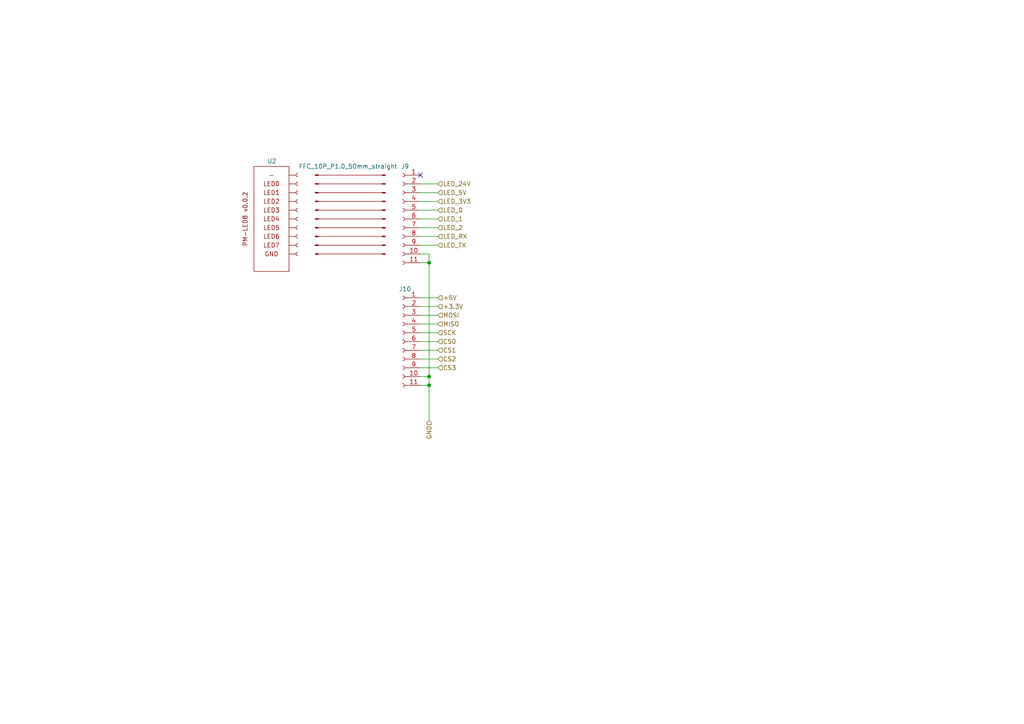
<source format=kicad_sch>
(kicad_sch (version 20231120) (generator "eeschema") (generator_version "8.0")
  (paper "A4")
  (lib_symbols
    (symbol "kicad_inventree_lib:AFA07-S10FCC-00" (pin_names (offset 1.016) hide)
      (property "Reference" "J" (at 0 12.7 0))
      (property "Value" "AFA07-S10FCC-00" (at 0 -20.32 0))
      (symbol "AFA07-S10FCC-00_1_1"
        (arc (start 0 -14.732) (mid -0.5058 -15.24) (end 0 -15.748) (stroke (width 0.1524)))
        (arc (start 0 -12.192) (mid -0.5058 -12.7) (end 0 -13.208) (stroke (width 0.1524)))
        (arc (start 0 -9.652) (mid -0.5058 -10.16) (end 0 -10.668) (stroke (width 0.1524)))
        (arc (start 0 -7.112) (mid -0.5058 -7.62) (end 0 -8.128) (stroke (width 0.1524)))
        (arc (start 0 -4.572) (mid -0.5058 -5.08) (end 0 -5.588) (stroke (width 0.1524)))
        (arc (start 0 -2.032) (mid -0.5058 -2.54) (end 0 -3.048) (stroke (width 0.1524)))
        (polyline (pts (xy -1.27 -15.24) (xy -0.508 -15.24)) (stroke (width 0.1524)))
        (polyline (pts (xy -1.27 -12.7) (xy -0.508 -12.7)) (stroke (width 0.1524)))
        (polyline (pts (xy -1.27 -10.16) (xy -0.508 -10.16)) (stroke (width 0.1524)))
        (polyline (pts (xy -1.27 -7.62) (xy -0.508 -7.62)) (stroke (width 0.1524)))
        (polyline (pts (xy -1.27 -5.08) (xy -0.508 -5.08)) (stroke (width 0.1524)))
        (polyline (pts (xy -1.27 -2.54) (xy -0.508 -2.54)) (stroke (width 0.1524)))
        (polyline (pts (xy -1.27 0) (xy -0.508 0)) (stroke (width 0.1524)))
        (polyline (pts (xy -1.27 2.54) (xy -0.508 2.54)) (stroke (width 0.1524)))
        (polyline (pts (xy -1.27 5.08) (xy -0.508 5.08)) (stroke (width 0.1524)))
        (polyline (pts (xy -1.27 7.62) (xy -0.508 7.62)) (stroke (width 0.1524)))
        (polyline (pts (xy -1.27 10.16) (xy -0.508 10.16)) (stroke (width 0.1524)))
        (arc (start 0 0.508) (mid -0.5058 0) (end 0 -0.508) (stroke (width 0.1524)))
        (arc (start 0 3.048) (mid -0.5058 2.54) (end 0 2.032) (stroke (width 0.1524)))
        (arc (start 0 5.588) (mid -0.5058 5.08) (end 0 4.572) (stroke (width 0.1524)))
        (arc (start 0 8.128) (mid -0.5058 7.62) (end 0 7.112) (stroke (width 0.1524)))
        (arc (start 0 10.668) (mid -0.5058 10.16) (end 0 9.652) (stroke (width 0.1524)))
        (pin passive line (at -5.08 10.16 0) (length 3.81) (name "Pin_1") (number "1"))
        (pin passive line (at -5.08 -12.7 0) (length 3.81) (name "Pin_10") (number "10"))
        (pin passive line (at -5.08 -15.24 0) (length 3.81) (name "Pin_11") (number "11"))
        (pin passive line (at -5.08 7.62 0) (length 3.81) (name "Pin_2") (number "2"))
        (pin passive line (at -5.08 5.08 0) (length 3.81) (name "Pin_3") (number "3"))
        (pin passive line (at -5.08 2.54 0) (length 3.81) (name "Pin_4") (number "4"))
        (pin passive line (at -5.08 0 0) (length 3.81) (name "Pin_5") (number "5"))
        (pin passive line (at -5.08 -2.54 0) (length 3.81) (name "Pin_6") (number "6"))
        (pin passive line (at -5.08 -5.08 0) (length 3.81) (name "Pin_7") (number "7"))
        (pin passive line (at -5.08 -7.62 0) (length 3.81) (name "Pin_8") (number "8"))
        (pin passive line (at -5.08 -10.16 0) (length 3.81) (name "Pin_9") (number "9"))
      )
    )
    (symbol "kicad_inventree_lib:FFC_10P_P1.0_50mm_straight" (on_board no)
      (property "Reference" "J" (at 0 2.794 0))
      (property "Value" "FFC_10P_P1.0_50mm_straight" (at 0 0 0))
      (symbol "FFC_10P_P1.0_50mm_straight_0_1"
        (polyline (pts (xy -8.89 -25.4) (xy 8.89 -25.4)))
        (polyline (pts (xy -8.89 -22.86) (xy 8.89 -22.86)))
        (polyline (pts (xy -8.89 -20.32) (xy 8.89 -20.32)))
        (polyline (pts (xy -8.89 -17.78) (xy 8.89 -17.78)))
        (polyline (pts (xy -8.89 -15.24) (xy 8.89 -15.24)))
        (polyline (pts (xy -8.89 -12.7) (xy 8.89 -12.7)))
        (polyline (pts (xy -8.89 -10.16) (xy 8.89 -10.16)))
        (polyline (pts (xy -8.89 -7.62) (xy 8.89 -7.62)))
        (polyline (pts (xy -8.89 -5.08) (xy 8.89 -5.08)))
        (polyline (pts (xy -8.89 -2.54) (xy 8.89 -2.54)))
      )
      (symbol "FFC_10P_P1.0_50mm_straight_1_1"
        (rectangle (start -10.16 -25.273) (end -9.2964 -25.527) (stroke (width 0.1524)) (fill (type outline)))
        (rectangle (start -10.16 -22.733) (end -9.2964 -22.987) (stroke (width 0.1524)) (fill (type outline)))
        (rectangle (start -10.16 -20.193) (end -9.2964 -20.447) (stroke (width 0.1524)) (fill (type outline)))
        (rectangle (start -10.16 -17.653) (end -9.2964 -17.907) (stroke (width 0.1524)) (fill (type outline)))
        (rectangle (start -10.16 -15.113) (end -9.2964 -15.367) (stroke (width 0.1524)) (fill (type outline)))
        (rectangle (start -10.16 -12.573) (end -9.2964 -12.827) (stroke (width 0.1524)) (fill (type outline)))
        (rectangle (start -10.16 -10.033) (end -9.2964 -10.287) (stroke (width 0.1524)) (fill (type outline)))
        (rectangle (start -10.16 -7.493) (end -9.2964 -7.747) (stroke (width 0.1524)) (fill (type outline)))
        (rectangle (start -10.16 -4.953) (end -9.2964 -5.207) (stroke (width 0.1524)) (fill (type outline)))
        (rectangle (start -10.16 -2.413) (end -9.2964 -2.667) (stroke (width 0.1524)) (fill (type outline)))
        (polyline (pts (xy -8.89 -25.4) (xy -9.2964 -25.4)) (stroke (width 0.1524)))
        (polyline (pts (xy -8.89 -22.86) (xy -9.2964 -22.86)) (stroke (width 0.1524)))
        (polyline (pts (xy -8.89 -20.32) (xy -9.2964 -20.32)) (stroke (width 0.1524)))
        (polyline (pts (xy -8.89 -17.78) (xy -9.2964 -17.78)) (stroke (width 0.1524)))
        (polyline (pts (xy -8.89 -15.24) (xy -9.2964 -15.24)) (stroke (width 0.1524)))
        (polyline (pts (xy -8.89 -12.7) (xy -9.2964 -12.7)) (stroke (width 0.1524)))
        (polyline (pts (xy -8.89 -10.16) (xy -9.2964 -10.16)) (stroke (width 0.1524)))
        (polyline (pts (xy -8.89 -7.62) (xy -9.2964 -7.62)) (stroke (width 0.1524)))
        (polyline (pts (xy -8.89 -5.08) (xy -9.2964 -5.08)) (stroke (width 0.1524)))
        (polyline (pts (xy -8.89 -2.54) (xy -9.2964 -2.54)) (stroke (width 0.1524)))
        (polyline (pts (xy 8.89 -25.4) (xy 9.2964 -25.4)) (stroke (width 0.1524)))
        (polyline (pts (xy 8.89 -22.86) (xy 9.2964 -22.86)) (stroke (width 0.1524)))
        (polyline (pts (xy 8.89 -20.32) (xy 9.2964 -20.32)) (stroke (width 0.1524)))
        (polyline (pts (xy 8.89 -17.78) (xy 9.2964 -17.78)) (stroke (width 0.1524)))
        (polyline (pts (xy 8.89 -15.24) (xy 9.2964 -15.24)) (stroke (width 0.1524)))
        (polyline (pts (xy 8.89 -12.7) (xy 9.2964 -12.7)) (stroke (width 0.1524)))
        (polyline (pts (xy 8.89 -10.16) (xy 9.2964 -10.16)) (stroke (width 0.1524)))
        (polyline (pts (xy 8.89 -7.62) (xy 9.2964 -7.62)) (stroke (width 0.1524)))
        (polyline (pts (xy 8.89 -5.08) (xy 9.2964 -5.08)) (stroke (width 0.1524)))
        (polyline (pts (xy 8.89 -2.54) (xy 9.2964 -2.54)) (stroke (width 0.1524)))
        (rectangle (start 9.2964 -25.273) (end 10.16 -25.527) (stroke (width 0.1524)) (fill (type outline)))
        (rectangle (start 9.2964 -22.733) (end 10.16 -22.987) (stroke (width 0.1524)) (fill (type outline)))
        (rectangle (start 9.2964 -20.193) (end 10.16 -20.447) (stroke (width 0.1524)) (fill (type outline)))
        (rectangle (start 9.2964 -17.653) (end 10.16 -17.907) (stroke (width 0.1524)) (fill (type outline)))
        (rectangle (start 9.2964 -15.113) (end 10.16 -15.367) (stroke (width 0.1524)) (fill (type outline)))
        (rectangle (start 9.2964 -12.573) (end 10.16 -12.827) (stroke (width 0.1524)) (fill (type outline)))
        (rectangle (start 9.2964 -10.033) (end 10.16 -10.287) (stroke (width 0.1524)) (fill (type outline)))
        (rectangle (start 9.2964 -7.493) (end 10.16 -7.747) (stroke (width 0.1524)) (fill (type outline)))
        (rectangle (start 9.2964 -4.953) (end 10.16 -5.207) (stroke (width 0.1524)) (fill (type outline)))
        (rectangle (start 9.2964 -2.413) (end 10.16 -2.667) (stroke (width 0.1524)) (fill (type outline)))
      )
    )
    (symbol "kicad_inventree_lib:PM-LED8_v0.0.2"
      (property "Reference" "U" (at 0 2.54 0))
      (property "Value" "PM-LED8_v0.0.2" (at 0 0 0))
      (symbol "PM-LED8_v0.0.2_0_1"
        (rectangle (start -5.08 -2.54) (end 5.08 -33.02))
      )
      (symbol "PM-LED8_v0.0.2_1_1"
        (polyline (pts (xy 5.08 -27.94) (xy 7.1098 -27.94)) (stroke (width 0.1524)))
        (polyline (pts (xy 5.08 -25.4) (xy 7.1098 -25.4)) (stroke (width 0.1524)))
        (polyline (pts (xy 5.08 -22.86) (xy 7.1098 -22.86)) (stroke (width 0.1524)))
        (polyline (pts (xy 5.08 -20.32) (xy 7.1098 -20.32)) (stroke (width 0.1524)))
        (polyline (pts (xy 5.08 -17.78) (xy 7.1098 -17.78)) (stroke (width 0.1524)))
        (polyline (pts (xy 5.08 -15.24) (xy 7.1098 -15.24)) (stroke (width 0.1524)))
        (polyline (pts (xy 5.08 -12.7) (xy 7.1098 -12.7)) (stroke (width 0.1524)))
        (polyline (pts (xy 5.08 -10.16) (xy 7.1098 -10.16)) (stroke (width 0.1524)))
        (polyline (pts (xy 5.08 -7.62) (xy 7.1098 -7.62)) (stroke (width 0.1524)))
        (polyline (pts (xy 5.08 -5.08) (xy 7.1098 -5.08)) (stroke (width 0.1524)))
        (arc (start 7.6178 -27.432) (mid 7.112 -27.94) (end 7.6178 -28.448) (stroke (width 0.1524)))
        (arc (start 7.6178 -24.892) (mid 7.112 -25.4) (end 7.6178 -25.908) (stroke (width 0.1524)))
        (arc (start 7.6178 -22.352) (mid 7.112 -22.86) (end 7.6178 -23.368) (stroke (width 0.1524)))
        (arc (start 7.6178 -19.812) (mid 7.112 -20.32) (end 7.6178 -20.828) (stroke (width 0.1524)))
        (arc (start 7.6178 -17.272) (mid 7.112 -17.78) (end 7.6178 -18.288) (stroke (width 0.1524)))
        (arc (start 7.6178 -14.732) (mid 7.112 -15.24) (end 7.6178 -15.748) (stroke (width 0.1524)))
        (arc (start 7.6178 -12.192) (mid 7.112 -12.7) (end 7.6178 -13.208) (stroke (width 0.1524)))
        (arc (start 7.6178 -9.652) (mid 7.112 -10.16) (end 7.6178 -10.668) (stroke (width 0.1524)))
        (arc (start 7.6178 -7.112) (mid 7.112 -7.62) (end 7.6178 -8.128) (stroke (width 0.1524)))
        (arc (start 7.6178 -4.572) (mid 7.112 -5.08) (end 7.6178 -5.588) (stroke (width 0.1524)))
        (text "-" (at 0 -5.08 0) (effects (font (size 1.27 1.27))))
        (text "GND" (at 0 -27.94 0) (effects (font (size 1.27 1.27))))
        (text "LED0" (at 0 -7.62 0) (effects (font (size 1.27 1.27))))
        (text "LED1" (at 0 -10.16 0) (effects (font (size 1.27 1.27))))
        (text "LED2" (at 0 -12.7 0) (effects (font (size 1.27 1.27))))
        (text "LED3" (at 0 -15.24 0) (effects (font (size 1.27 1.27))))
        (text "LED4" (at 0 -17.78 0) (effects (font (size 1.27 1.27))))
        (text "LED5" (at 0 -20.32 0) (effects (font (size 1.27 1.27))))
        (text "LED6" (at 0 -22.86 0) (effects (font (size 1.27 1.27))))
        (text "LED7" (at 0 -25.4 0) (effects (font (size 1.27 1.27))))
        (text "PM-LED8 v0.0.2" (at -7.62 -17.78 900) (effects (font (size 1.27 1.27))))
      )
    )
  )
  (junction (at 124.46 111.76))
  (junction (at 124.46 109.22))
  (junction (at 124.46 76.2))
  (no_connect (at 121.92 50.8))
  (wire (pts (xy 121.92 111.76) (xy 124.46 111.76)))
  (wire (pts (xy 121.92 93.98) (xy 127 93.98)))
  (wire (pts (xy 121.92 60.96) (xy 127 60.96)))
  (wire (pts (xy 121.92 104.14) (xy 127 104.14)))
  (wire (pts (xy 124.46 76.2) (xy 124.46 109.22)))
  (wire (pts (xy 121.92 91.44) (xy 127 91.44)))
  (wire (pts (xy 121.92 66.04) (xy 127 66.04)))
  (wire (pts (xy 121.92 55.88) (xy 127 55.88)))
  (wire (pts (xy 124.46 111.76) (xy 124.46 121.92)))
  (wire (pts (xy 121.92 99.06) (xy 127 99.06)))
  (wire (pts (xy 121.92 106.68) (xy 127 106.68)))
  (wire (pts (xy 121.92 73.66) (xy 124.46 73.66)))
  (wire (pts (xy 121.92 101.6) (xy 127 101.6)))
  (wire (pts (xy 121.92 58.42) (xy 127 58.42)))
  (wire (pts (xy 121.92 76.2) (xy 124.46 76.2)))
  (wire (pts (xy 121.92 63.5) (xy 127 63.5)))
  (wire (pts (xy 121.92 68.58) (xy 127 68.58)))
  (wire (pts (xy 124.46 73.66) (xy 124.46 76.2)))
  (wire (pts (xy 124.46 109.22) (xy 124.46 111.76)))
  (wire (pts (xy 121.92 86.36) (xy 127 86.36)))
  (wire (pts (xy 121.92 96.52) (xy 127 96.52)))
  (wire (pts (xy 121.92 109.22) (xy 124.46 109.22)))
  (wire (pts (xy 121.92 53.34) (xy 127 53.34)))
  (wire (pts (xy 121.92 88.9) (xy 127 88.9)))
  (wire (pts (xy 121.92 71.12) (xy 127 71.12)))
  (hierarchical_label "SCK" (shape input) (at 127 96.52 0))
  (hierarchical_label "GND" (shape input) (at 124.46 121.92 270))
  (hierarchical_label "CS2" (shape input) (at 127 104.14 0))
  (hierarchical_label "LED_3V3" (shape input) (at 127 58.42 0))
  (hierarchical_label "MOSI" (shape input) (at 127 91.44 0))
  (hierarchical_label "LED_5V" (shape input) (at 127 55.88 0))
  (hierarchical_label "LED_24V" (shape input) (at 127 53.34 0))
  (hierarchical_label "LED_TX" (shape input) (at 127 71.12 0))
  (hierarchical_label "+5V" (shape input) (at 127 86.36 0))
  (hierarchical_label "CS3" (shape input) (at 127 106.68 0))
  (hierarchical_label "LED_2" (shape input) (at 127 66.04 0))
  (hierarchical_label "LED_1" (shape input) (at 127 63.5 0))
  (hierarchical_label "LED_RX" (shape input) (at 127 68.58 0))
  (hierarchical_label "CS0" (shape input) (at 127 99.06 0))
  (hierarchical_label "CS1" (shape input) (at 127 101.6 0))
  (hierarchical_label "MISO" (shape input) (at 127 93.98 0))
  (hierarchical_label "LED_0" (shape input) (at 127 60.96 0))
  (hierarchical_label "+3.3V" (shape input) (at 127 88.9 0))
  (symbol (lib_id "kicad_inventree_lib:FFC_10P_P1.0_50mm_straight") (at 101.6 48.26 0) (unit 1) (on_board no)
    (property "Reference" "J8" (effects (hide yes)))
    (property "Value" "FFC_10P_P1.0_50mm_straight" (at 86.614 48.26 0) (effects (justify left)))
    (property "Datasheet" "http://inventree.network/part/171/" (effects (hide yes)))
    (property "part_ipn" "FFC_10P_P1.0_50mm_reverse" (effects (hide yes)))
  )
  (symbol (lib_id "kicad_inventree_lib:AFA07-S10FCC-00") (at 116.84 60.96 0) (mirror y) (unit 1)
    (property "Reference" "J9" (at 117.475 48.26 0))
    (property "Value" "AFA07-S10FCC-00" (effects (hide yes)))
    (property "Footprint" "kicad_inventree_lib:CONN10_AFA07-S10_JUS" (effects (hide yes)))
    (property "Datasheet" "http://inventree.network/part/170/" (effects (hide yes)))
    (property "Description" "Generic connector, single row, 01x10, script generated" (effects (hide yes)))
    (property "part_ipn" "AFA07-S10FCC-00" (effects (hide yes)))
  )
  (symbol (lib_id "kicad_inventree_lib:AFA07-S10FCC-00") (at 116.84 96.52 0) (mirror y) (unit 1)
    (property "Reference" "J10" (at 117.475 83.82 0))
    (property "Value" "AFA07-S10FCC-00" (effects (hide yes)))
    (property "Footprint" "kicad_inventree_lib:CONN10_AFA07-S10_JUS" (effects (hide yes)))
    (property "Datasheet" "http://inventree.network/part/170/" (effects (hide yes)))
    (property "Description" "Generic connector, single row, 01x10, script generated" (effects (hide yes)))
    (property "part_ipn" "AFA07-S10FCC-00" (effects (hide yes)))
  )
  (symbol (lib_id "kicad_inventree_lib:PM-LED8_v0.0.2") (at 78.74 45.72 0) (unit 1)
    (property "Reference" "U2" (at 77.47 46.736 0) (effects (justify left)))
    (property "Value" "PM-LED8_v0.0.2" (effects (hide yes)))
    (property "Footprint" "kicad_inventree_lib:PM-LED_v0.0.2" (effects (hide yes)))
    (property "part_ipn" "PM-LED8_v0.0.1" (effects (hide yes)))
  )
)
</source>
